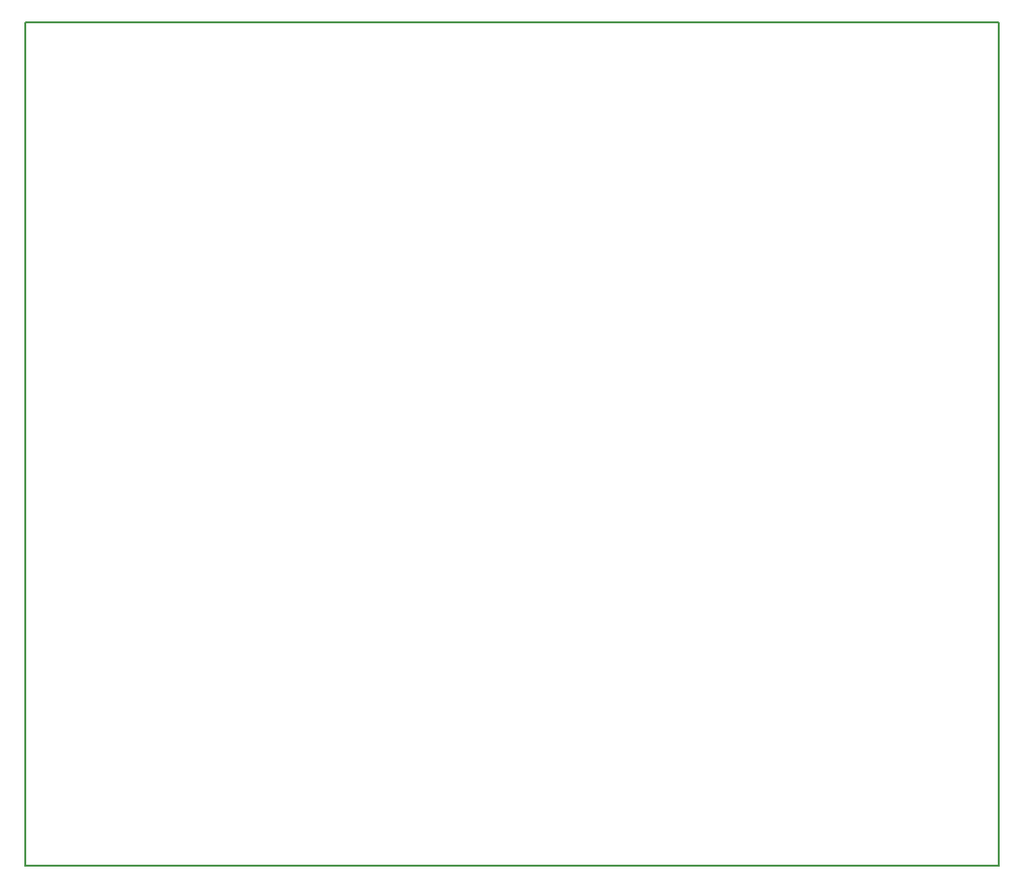
<source format=gm1>
G04 MADE WITH FRITZING*
G04 WWW.FRITZING.ORG*
G04 DOUBLE SIDED*
G04 HOLES PLATED*
G04 CONTOUR ON CENTER OF CONTOUR VECTOR*
%ASAXBY*%
%FSLAX23Y23*%
%MOIN*%
%OFA0B0*%
%SFA1.0B1.0*%
%ADD10R,3.347810X2.904320*%
%ADD11C,0.008000*%
%ADD10C,0.008*%
%LNCONTOUR*%
G90*
G70*
G54D10*
G54D11*
X4Y2900D02*
X3344Y2900D01*
X3344Y4D01*
X4Y4D01*
X4Y2900D01*
D02*
G04 End of contour*
M02*
</source>
